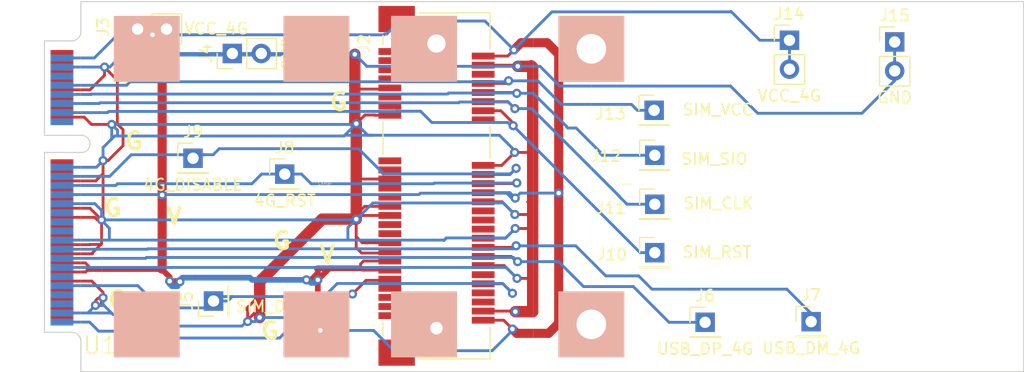
<source format=kicad_pcb>
(kicad_pcb (version 20211014) (generator pcbnew)
  (title_block (title "mpcie1extv01") (rev "v01"))
  (layers (0 "F.Cu" signal) (31 "B.Cu" signal) (34 "B.Paste" user) (35 "F.Paste" user) (36 "B.SilkS" user "B.Silkscreen") (37 "F.SilkS" user "F.Silkscreen") (38 "B.Mask" user) (39 "F.Mask" user) (44 "Edge.Cuts" user))
  (net 0 "")
  (net 2 "/VCC_4G")
  (net 4 "GND")
  (net 8 "/SIM_VCC")
  (net 9 "/SIM_SIO")
  (net 11 "/SIM_CLK")
  (net 13 "/SIM_RST")
  (net 17 "/4G_DISABLE")
  (net 18 "/4G_RST")
  (net 26 "/USB_DM_4G")
  (net 27 "/USB_DP_4G")
  (net 29 "/SIM_DET")
  (footprint "Connector_PinHeader_2.54mm:PinHeader_1x02_P2.54mm_Vertical" (layer "F.Cu") (at 139.67725 147.294)
    (fp_text reference "J15")
    (fp_text value "GND")
  )
  (footprint "Connector_PinHeader_2.54mm:PinHeader_1x02_P2.54mm_Vertical" (layer "F.Cu") (at 73.18225 146.164 90)
    (fp_text reference "J3")
    (fp_text value "VCC_4G")
  )
  (footprint "Connector_PinHeader_2.54mm:PinHeader_1x01_P2.54mm_Vertical" (layer "F.Cu") (at 118.60725 161.549)
    (fp_text reference "J11")
    (fp_text value "SIM_CLK")
  )
  (footprint "Connector_PCBEdge:BUS_PCI_Express_Mini_Dual" (layer "F.Cu") (at 99.43425 159.934 -90)
    (fp_text reference "J2")
    (fp_text value "Bus_PCI_Express_Mini")
  )
  (footprint "Connector_PinHeader_2.54mm:PinHeader_1x02_P2.54mm_Vertical" (layer "F.Cu") (at 130.43725 147.144)
    (fp_text reference "J14")
    (fp_text value "VCC_4G")
  )
  (footprint "Connector_PinHeader_2.54mm:PinHeader_1x01_P2.54mm_Vertical" (layer "F.Cu") (at 118.60725 157.249)
    (fp_text reference "J12")
    (fp_text value "SIM_SIO")
  )
  (footprint "Connector_PinHeader_2.54mm:PinHeader_1x02_P2.54mm_Vertical" (layer "F.Cu") (at 81.50225 148.309 90)
    (fp_text reference "J4")
    (fp_text value "GND")
  )
  (footprint "Connector_PinHeader_2.54mm:PinHeader_1x01_P2.54mm_Vertical" (layer "F.Cu") (at 78.04725 157.509)
    (fp_text reference "J9")
    (fp_text value "4G_DISABLE")
  )
  (footprint "Connector_PinHeader_2.54mm:PinHeader_1x01_P2.54mm_Vertical" (layer "F.Cu") (at 123.02725 171.919)
    (fp_text reference "J6")
    (fp_text value "USB_DP_4G")
  )
  (footprint "Connector_PinHeader_2.54mm:PinHeader_1x01_P2.54mm_Vertical" (layer "F.Cu") (at 118.60725 165.799)
    (fp_text reference "J10")
    (fp_text value "SIM_RST")
  )
  (footprint "Connector_PinHeader_2.54mm:PinHeader_1x01_P2.54mm_Vertical" (layer "F.Cu") (at 86.10725 158.899)
    (fp_text reference "J8")
    (fp_text value "4G_RST")
  )
  (footprint "Connector_PinHeader_2.54mm:PinHeader_1x01_P2.54mm_Vertical" (layer "F.Cu") (at 79.85 170.05 90)
    (fp_text reference "J5")
    (fp_text value "SIM_DET")
  )
  (footprint "Connector_PinHeader_2.54mm:PinHeader_1x01_P2.54mm_Vertical" (layer "F.Cu") (at 132.33725 171.859)
    (fp_text reference "J7")
    (fp_text value "USB_DM_4G")
  )
  (footprint "Connector_PinHeader_2.54mm:PinHeader_1x01_P2.54mm_Vertical" (layer "F.Cu") (at 118.54725 153.299)
    (fp_text reference "J13")
    (fp_text value "SIM_VCC")
  )
  (footprint "mpcie:mpcie-full-card" (layer "F.Cu") (at 64.98575 160 -90)
    (fp_text reference "U1")
    (fp_text value "MPCIE-Socket" hide)
  )
  (gr_line (start 68.25 157) (end 65 157) (layer "Edge.Cuts") (width 0.1))
  (gr_arc (start 67.4 172.8) (mid 67.965685 173.034315) (end 68.2 173.6) (layer "Edge.Cuts") (width 0.1))
  (gr_line (start 65 155.5) (end 65 147.2) (layer "Edge.Cuts") (width 0.1))
  (gr_line (start 151 143.75) (end 151 176.25) (layer "Edge.Cuts") (width 0.1))
  (gr_line (start 65 172.8) (end 67.4 172.8) (layer "Edge.Cuts") (width 0.1))
  (gr_line (start 68.2 143.75) (end 93.85 143.75) (layer "Edge.Cuts") (width 0.1))
  (gr_arc (start 68.25 155.5) (mid 69 156.25) (end 68.25 157) (layer "Edge.Cuts") (width 0.1))
  (gr_line (start 65 147.2) (end 67.4 147.2) (layer "Edge.Cuts") (width 0.1))
  (gr_line (start 68.2 145) (end 68.2 143.75) (layer "Edge.Cuts") (width 0.1))
  (gr_line (start 127.55 176.25) (end 151 176.25) (layer "Edge.Cuts") (width 0.1))
  (gr_line (start 68.2 173.6) (end 68.2 176.25) (layer "Edge.Cuts") (width 0.1))
  (gr_line (start 93.85 143.75) (end 151 143.75) (layer "Edge.Cuts") (width 0.1))
  (gr_line (start 65 157) (end 65 172.8) (layer "Edge.Cuts") (width 0.1))
  (gr_line (start 68.2 176.25) (end 97.95 176.25) (layer "Edge.Cuts") (width 0.1))
  (gr_arc (start 68.2 146.4) (mid 67.965685 146.965685) (end 67.4 147.2) (layer "Edge.Cuts") (width 0.1))
  (gr_line (start 68.2 146.4) (end 68.2 145) (layer "Edge.Cuts") (width 0.1))
  (gr_line (start 68.25 155.5) (end 65 155.5) (layer "Edge.Cuts") (width 0.1))
  (gr_line (start 97.95 176.25) (end 127.55 176.25) (layer "Edge.Cuts") (width 0.1))
  (gr_text "G" (at 84.8 172.65) (layer "F.SilkS") (effects (font (size 1.5 1.5) (thickness 0.3))))
  (gr_text "G" (at 71.35 169.95) (layer "F.SilkS") (effects (font (size 1.5 1.5) (thickness 0.3))))
  (gr_text "V" (at 89.85 166) (layer "F.SilkS") (effects (font (size 1.5 1.5) (thickness 0.3))))
  (gr_text "G" (at 90.85 152.55) (layer "F.SilkS") (effects (font (size 1.5 1.5) (thickness 0.3))))
  (gr_text "V" (at 76.4 162.6) (layer "F.SilkS") (effects (font (size 1.5 1.5) (thickness 0.3))))
  (gr_text "G" (at 85.85 164.75) (layer "F.SilkS") (effects (font (size 1.5 1.5) (thickness 0.3))))
  (gr_text "G" (at 72.85 156) (layer "F.SilkS") (effects (font (size 1.5 1.5) (thickness 0.3))))
  (gr_text "G" (at 72 150.05) (layer "F.SilkS") (effects (font (size 1.5 1.5) (thickness 0.3))))
  (gr_text "G" (at 71 161.85) (layer "F.SilkS") (effects (font (size 1.5 1.5) (thickness 0.3))))
  (segment (start 103.53425 171.734) (end 105.33025 171.734) (width 0.25) (layer "F.Cu") (net 2))
  (segment (start 105.33025 171.734) (end 106.10325 172.507) (width 0.25) (layer "F.Cu") (net 2))
  (segment (start 105.87225 160.534) (end 103.53425 160.534) (width 0.25) (layer "F.Cu") (net 2))
  (segment (start 88.41125 168.18875) (end 89.01125 167.58875) (width 0.5) (layer "F.Cu") (net 2))
  (segment (start 106.48425 172.888) (end 106.10325 172.507) (width 0.8) (layer "F.Cu") (net 2))
  (segment (start 89.01125 167.173) (end 90.377 167.173) (width 0.5) (layer "F.Cu") (net 2))
  (segment (start 74.49125 146.793) (end 75.33725 147.639) (width 0.8) (layer "F.Cu") (net 2))
  (segment (start 106.34725 161.009) (end 105.87225 160.534) (width 0.25) (layer "F.Cu") (net 2))
  (segment (start 95.33425 166.534) (end 93.02625 166.534) (width 0.25) (layer "F.Cu") (net 2))
  (segment (start 90.377 167.173) (end 90.027 167.173) (width 0.5) (layer "F.Cu") (net 2))
  (segment (start 76 168.3) (end 76.849503 168.3) (width 0.5) (layer "F.Cu") (net 2))
  (segment (start 89.01125 168.18875) (end 89.01125 172.415) (width 0.5) (layer "F.Cu") (net 2))
  (segment (start 68.59025 166.7) (end 66.53575 166.7) (width 0.25) (layer "F.Cu") (net 2))
  (segment (start 90.027 167.173) (end 89.01125 168.18875) (width 0.5) (layer "F.Cu") (net 2))
  (segment (start 66.53575 167.5) (end 68.61425 167.5) (width 0.25) (layer "F.Cu") (net 2))
  (segment (start 110.16725 160.569) (end 110.16725 171.999) (width 0.8) (layer "F.Cu") (net 2))
  (segment (start 75.33725 147.639) (end 75.33725 160.739) (width 0.8) (layer "F.Cu") (net 2))
  (segment (start 68.87525 167.239) (end 68.87525 166.985) (width 0.25) (layer "F.Cu") (net 2))
  (segment (start 74.49125 146.665) (end 74.49125 146.793) (width 0.8) (layer "F.Cu") (net 2))
  (segment (start 68.61425 167.5) (end 68.87525 167.239) (width 0.25) (layer "F.Cu") (net 2))
  (segment (start 90.377 167.173) (end 92.76825 167.173) (width 0.5) (layer "F.Cu") (net 2))
  (segment (start 89.01125 167.58875) (end 89.01125 168.18875) (width 0.5) (layer "F.Cu") (net 2))
  (segment (start 110.16725 171.999) (end 109.27825 172.888) (width 0.8) (layer "F.Cu") (net 2))
  (segment (start 75.33725 167.199) (end 75.29725 167.239) (width 0.8) (layer "F.Cu") (net 2))
  (segment (start 89.01125 167.173) (end 89.01125 167.58875) (width 0.5) (layer "F.Cu") (net 2))
  (segment (start 76 168.3) (end 76 167.94175) (width 0.5) (layer "F.Cu") (net 2))
  (segment (start 109.15125 147.361) (end 106.86525 147.361) (width 0.8) (layer "F.Cu") (net 2))
  (segment (start 105.69225 148.534) (end 106.23025 147.996) (width 0.25) (layer "F.Cu") (net 2))
  (segment (start 76.849503 168.3) (end 76.899503 168.35) (width 0.5) (layer "F.Cu") (net 2))
  (segment (start 75.33725 160.739) (end 75.33725 167.199) (width 0.8) (layer "F.Cu") (net 2))
  (segment (start 92.92925 167.334) (end 95.33425 167.334) (width 0.25) (layer "F.Cu") (net 2))
  (segment (start 68.87525 167.239) (end 75.29725 167.239) (width 0.5) (layer "F.Cu") (net 2))
  (segment (start 93.02625 166.534) (end 92.76825 166.792) (width 0.25) (layer "F.Cu") (net 2))
  (segment (start 88.01125 168.18875) (end 88.41125 168.18875) (width 0.5) (layer "F.Cu") (net 2))
  (segment (start 92.76825 167.173) (end 92.92925 167.334) (width 0.25) (layer "F.Cu") (net 2))
  (segment (start 110.16725 148.377) (end 109.15125 147.361) (width 0.8) (layer "F.Cu") (net 2))
  (segment (start 103.53425 148.534) (end 105.69225 148.534) (width 0.25) (layer "F.Cu") (net 2))
  (segment (start 88.94525 167.239) (end 89.01125 167.173) (width 0.5) (layer "F.Cu") (net 2))
  (segment (start 106.86525 147.361) (end 106.23025 147.996) (width 0.8) (layer "F.Cu") (net 2))
  (segment (start 89.01125 172.415) (end 89.23025 172.634) (width 0.5) (layer "F.Cu") (net 2))
  (segment (start 68.87525 166.985) (end 68.59025 166.7) (width 0.25) (layer "F.Cu") (net 2))
  (segment (start 76 167.94175) (end 75.29725 167.239) (width 0.5) (layer "F.Cu") (net 2))
  (segment (start 109.27825 172.888) (end 106.48425 172.888) (width 0.8) (layer "F.Cu") (net 2))
  (segment (start 110.16725 160.569) (end 110.16725 148.377) (width 0.8) (layer "F.Cu") (net 2))
  (segment (start 92.76825 166.792) (end 92.76825 167.173) (width 0.25) (layer "F.Cu") (net 2))
  (via (at 74.49125 146.665) (size 0.8) (drill 0.4) (layers "F.Cu" "B.Cu") (net 2))
  (via (at 106.23025 147.996) (size 0.8) (drill 0.4) (layers "F.Cu" "B.Cu") (net 2))
  (via (at 88.01125 168.18875) (size 0.8) (drill 0.4) (layers "F.Cu" "B.Cu") (net 2))
  (via (at 89.23025 172.634) (size 0.8) (drill 0.4) (layers "F.Cu" "B.Cu") (net 2))
  (via (at 106.10325 172.507) (size 0.8) (drill 0.4) (layers "F.Cu" "B.Cu") (net 2))
  (via (at 75.33725 160.739) (size 0.8) (drill 0.4) (layers "F.Cu" "B.Cu") (net 2))
  (via (at 110.16725 160.569) (size 0.8) (drill 0.4) (layers "F.Cu" "B.Cu") (net 2))
  (via (at 106.34725 161.009) (size 0.8) (drill 0.4) (layers "F.Cu" "B.Cu") (net 2))
  (via (at 76 168.3) (size 0.8) (drill 0.4) (layers "F.Cu" "B.Cu") (net 2))
  (via (at 89.01125 168.18875) (size 0.8) (drill 0.4) (layers "F.Cu" "B.Cu") (net 2))
  (via (at 76.899503 168.35) (size 0.8) (drill 0.4) (layers "F.Cu" "B.Cu") (net 2))
  (segment (start 71.95 173.3) (end 71.5 172.85) (width 0.25) (layer "B.Cu") (net 2))
  (segment (start 77.41325 146.665) (end 76.22325 146.665) (width 0.25) (layer "B.Cu") (net 2))
  (segment (start 130.43725 147.144) (end 130.43725 149.684) (width 0.25) (layer "B.Cu") (net 2))
  (segment (start 88.01125 168.18875) (end 83.23875 168.18875) (width 0.5) (layer "B.Cu") (net 2))
  (segment (start 68.96425 171.9) (end 66.53575 171.9) (width 0.25) (layer "B.Cu") (net 2))
  (segment (start 94.81125 146.665) (end 94.87725 146.599) (width 0.25) (layer "B.Cu") (net 2))
  (segment (start 73.18225 146.164) (end 73.99025 146.164) (width 0.25) (layer "B.Cu") (net 2))
  (segment (start 76 168.3) (end 76 168.55) (width 0.5) (layer "B.Cu") (net 2))
  (segment (start 71.5 172.7) (end 69.76425 172.7) (width 0.25) (layer "B.Cu") (net 2))
  (segment (start 88.13875 168.18875) (end 88.4 168.45) (width 0.5) (layer "B.Cu") (net 2))
  (segment (start 106.03225 161.009) (end 105.65725 160.634) (width 0.25) (layer "B.Cu") (net 2))
  (segment (start 74.49125 146.665) (end 77.41325 146.665) (width 0.25) (layer "B.Cu") (net 2))
  (segment (start 89.16425 172.7) (end 86.25 172.7) (width 0.25) (layer "B.Cu") (net 2))
  (segment (start 83.2 168.15) (end 83.05 168) (width 0.5) (layer "B.Cu") (net 2))
  (segment (start 71.5 172.85) (end 71.5 172.7) (width 0.25) (layer "B.Cu") (net 2))
  (segment (start 93.91125 172.634) (end 89.23025 172.634) (width 0.25) (layer "B.Cu") (net 2))
  (segment (start 76 168.55) (end 76.2 168.75) (width 0.5) (layer "B.Cu") (net 2))
  (segment (start 75.72225 146.164) (end 73.18225 146.164) (width 0.25) (layer "B.Cu") (net 2))
  (segment (start 78.2 168) (end 77.1 168) (width 0.5) (layer "B.Cu") (net 2))
  (segment (start 106.78725 160.569) (end 110.16725 160.569) (width 0.25) (layer "B.Cu") (net 2))
  (segment (start 104.32525 174.412) (end 95.68925 174.412) (width 0.25) (layer "B.Cu") (net 2))
  (segment (start 89.23025 172.634) (end 89.16425 172.7) (width 0.25) (layer "B.Cu") (net 2))
  (segment (start 73.18225 146.164) (end 71.91625 146.164) (width 0.25) (layer "B.Cu") (net 2))
  (segment (start 76.2 168.75) (end 76.7 168.75) (width 0.5) (layer "B.Cu") (net 2))
  (segment (start 98.01725 160.579) (end 97.89625 160.7) (width 0.25) (layer "B.Cu") (net 2))
  (segment (start 88.4 168.45) (end 88.75 168.45) (width 0.5) (layer "B.Cu") (net 2))
  (segment (start 96.19725 145.456) (end 103.69025 145.456) (width 0.25) (layer "B.Cu") (net 2))
  (segment (start 71.41525 146.665) (end 69.38025 148.7) (width 0.25) (layer "B.Cu") (net 2))
  (segment (start 106.10325 172.634) (end 104.32525 174.412) (width 0.25) (layer "B.Cu") (net 2))
  (segment (start 77.1 168) (end 77.05 168.05) (width 0.5) (layer "B.Cu") (net 2))
  (segment (start 83.23875 168.18875) (end 83.2 168.15) (width 0.5) (layer "B.Cu") (net 2))
  (segment (start 86.25 172.7) (end 85.65 173.3) (width 0.25) (layer "B.Cu") (net 2))
  (segment (start 109.57725 144.649) (end 125.25725 144.649) (width 0.25) (layer "B.Cu") (net 2))
  (segment (start 88.75 168.45) (end 89.01125 168.18875) (width 0.5) (layer "B.Cu") (net 2))
  (segment (start 73.99025 146.164) (end 74.49125 146.665) (width 0.25) (layer "B.Cu") (net 2))
  (segment (start 77.41325 146.665) (end 94.81125 146.665) (width 0.25) (layer "B.Cu") (net 2))
  (segment (start 106.34725 161.009) (end 106.03225 161.009) (width 0.25) (layer "B.Cu") (net 2))
  (segment (start 83.05 168) (end 78.2 168) (width 0.5) (layer "B.Cu") (net 2))
  (segment (start 106.34725 161.009) (end 105.91725 160.579) (width 0.25) (layer "B.Cu") (net 2))
  (segment (start 85.65 173.3) (end 71.95 173.3) (width 0.25) (layer "B.Cu") (net 2))
  (segment (start 125.29725 144.609) (end 127.83225 147.144) (width 0.25) (layer "B.Cu") (net 2))
  (segment (start 106.34725 161.009) (end 106.78725 160.569) (width 0.25) (layer "B.Cu") (net 2))
  (segment (start 75.22125 146.665) (end 75.72225 146.164) (width 0.25) (layer "B.Cu") (net 2))
  (segment (start 74.49125 146.665) (end 75.22125 146.665) (width 0.25) (layer "B.Cu") (net 2))
  (segment (start 76.22325 146.665) (end 75.72225 146.164) (width 0.25) (layer "B.Cu") (net 2))
  (segment (start 88.01125 168.18875) (end 88.13875 168.18875) (width 0.5) (layer "B.Cu") (net 2))
  (segment (start 69.38025 148.7) (end 66.53575 148.7) (width 0.25) (layer "B.Cu") (net 2))
  (segment (start 71.91625 146.164) (end 71.41525 146.665) (width 0.25) (layer "B.Cu") (net 2))
  (segment (start 125.25725 144.649) (end 125.29725 144.609) (width 0.25) (layer "B.Cu") (net 2))
  (segment (start 103.69025 145.456) (end 106.23025 147.996) (width 0.25) (layer "B.Cu") (net 2))
  (segment (start 106.10325 172.507) (end 106.10325 172.634) (width 0.25) (layer "B.Cu") (net 2))
  (segment (start 77.05 168.05) (end 76.899503 168.200497) (width 0.5) (layer "B.Cu") (net 2))
  (segment (start 74.49125 146.665) (end 71.41525 146.665) (width 0.25) (layer "B.Cu") (net 2))
  (segment (start 105.91725 160.579) (end 98.01725 160.579) (width 0.25) (layer "B.Cu") (net 2))
  (segment (start 76.899503 168.200497) (end 76.899503 168.35) (width 0.5) (layer "B.Cu") (net 2))
  (segment (start 95.68925 174.412) (end 93.91125 172.634) (width 0.25) (layer "B.Cu") (net 2))
  (segment (start 127.83225 147.144) (end 130.43725 147.144) (width 0.25) (layer "B.Cu") (net 2))
  (segment (start 97.89625 160.7) (end 66.53575 160.7) (width 0.25) (layer "B.Cu") (net 2))
  (segment (start 94.87725 146.599) (end 95.05425 146.599) (width 0.25) (layer "B.Cu") (net 2))
  (segment (start 95.05425 146.599) (end 96.19725 145.456) (width 0.25) (layer "B.Cu") (net 2))
  (segment (start 69.76425 172.7) (end 68.96425 171.9) (width 0.25) (layer "B.Cu") (net 2))
  (segment (start 106.23025 147.996) (end 109.57725 144.649) (width 0.25) (layer "B.Cu") (net 2))
  (segment (start 92.38725 162.474) (end 92.38725 162.855) (width 0.25) (layer "F.Cu") (net 4))
  (segment (start 83.9 169.6) (end 83.9 170.65) (width 1) (layer "F.Cu") (net 4))
  (segment (start 106.57025 149.434) (end 107.71325 149.434) (width 1) (layer "F.Cu") (net 4))
  (segment (start 107.88125 161.331) (end 107.88125 162.355) (width 1) (layer "F.Cu") (net 4))
  (segment (start 107.78725 162.449) (end 107.88125 162.355) (width 0.25) (layer "F.Cu") (net 4))
  (segment (start 106.57025 149.434) (end 106.47025 149.334) (width 0.25) (layer "F.Cu") (net 4))
  (segment (start 66.53575 168.3) (end 69.15625 168.3) (width 0.25) (layer "F.Cu") (net 4))
  (segment (start 82.85 171.7) (end 83.9 170.65) (width 0.25) (layer "F.Cu") (net 4))
  (segment (start 106.31725 162.449) (end 107.78725 162.449) (width 0.25) (layer "F.Cu") (net 4))
  (segment (start 70 169.90625) (end 70 170.45) (width 0.25) (layer "F.Cu") (net 4))
  (segment (start 93.40325 153.711) (end 93.14925 153.711) (width 0.25) (layer "F.Cu") (net 4))
  (segment (start 107.43525 161.331) (end 107.88125 161.331) (width 0.25) (layer "F.Cu") (net 4))
  (segment (start 107.75425 149.393) (end 107.88125 149.52) (width 1) (layer "F.Cu") (net 4))
  (segment (start 92.26025 148.377) (end 92.26025 151.072) (width 1) (layer "F.Cu") (net 4))
  (segment (start 66.53575 161.9) (end 69.00725 161.9) (width 0.25) (layer "F.Cu") (net 4))
  (segment (start 107.71325 149.434) (end 107.75425 149.393) (width 1) (layer "F.Cu") (net 4))
  (segment (start 92.61225 159.334) (end 92.38725 159.109) (width 0.25) (layer "F.Cu") (net 4))
  (segment (start 69.51825 159.484) (end 70.14525 158.857) (width 0.25) (layer "F.Cu") (net 4))
  (segment (start 106.47025 149.334) (end 103.53425 149.334) (width 0.25) (layer "F.Cu") (net 4))
  (segment (start 93.08225 162.534) (end 92.70825 162.534) (width 0.25) (layer "F.Cu") (net 4))
  (segment (start 95.33425 162.534) (end 93.08225 162.534) (width 0.25) (layer "F.Cu") (net 4))
  (segment (start 105.16225 158.134) (end 103.53425 158.134) (width 0.25) (layer "F.Cu") (net 4))
  (segment (start 92.92225 164.934) (end 92.38125 164.393) (width 0.25) (layer "F.Cu") (net 4))
  (segment (start 95.23425 161.834) (end 95.33425 161.734) (width 0.25) (layer "F.Cu") (net 4))
  (segment (start 83.9 170.65) (end 83.9 171.5) (width 1) (layer "F.Cu") (net 4))
  (segment (start 103.53425 170.934) (end 106.30825 170.934) (width 0.25) (layer "F.Cu") (net 4))
  (segment (start 70.27825 149.5) (end 70.27825 149.52825) (width 0.25) (layer "F.Cu") (net 4))
  (segment (start 69.51825 159.5) (end 69.51825 159.484) (width 0.25) (layer "F.Cu") (net 4))
  (segment (start 93.12725 161.734) (end 92.38725 162.474) (width 0.25) (layer "F.Cu") (net 4))
  (segment (start 107.88125 164.379) (end 107.88125 167.427) (width 1) (layer "F.Cu") (net 4))
  (segment (start 92.38125 162.861) (end 92.38725 162.855) (width 0.25) (layer "F.Cu") (net 4))
  (segment (start 68.49025 153.9) (end 66.53575 153.9) (width 0.25) (layer "F.Cu") (net 4))
  (segment (start 95.23425 168.234) (end 95.33425 168.134) (width 0.25) (layer "F.Cu") (net 4))
  (segment (start 107.88125 167.427) (end 107.88125 167.865) (width 1) (layer "F.Cu") (net 4))
  (segment (start 92.26025 151.072) (end 92.26025 154.346) (width 1) (layer "F.Cu") (net 4))
  (segment (start 71.4 154.5) (end 71.439 154.539) (width 0.25) (layer "F.Cu") (net 4))
  (segment (start 68.99625 151.5) (end 70.27825 150.218) (width 0.25) (layer "F.Cu") (net 4))
  (segment (start 70.14725 169.759) (end 70.10625 169.8) (width 0.25) (layer "F.Cu") (net 4))
  (segment (start 82.85 171.85) (end 82.85 171.7) (width 0.25) (layer "F.Cu") (net 4))
  (segment (start 70.10625 169.8) (end 69.7 169.8) (width 0.25) (layer "F.Cu") (net 4))
  (segment (start 106.30825 170.934) (end 106.35725 170.983) (width 0.25) (layer "F.Cu") (net 4))
  (segment (start 69.20825 165.9) (end 69.20825 165.828) (width 0.25) (layer "F.Cu") (net 4))
  (segment (start 70.14725 169.759) (end 70.14725 169.291) (width 0.25) (layer "F.Cu") (net 4))
  (segment (start 106.50725 168.059) (end 107.68725 168.059) (width 0.25) (layer "F.Cu") (net 4))
  (segment (start 92.26025 154.346) (end 92.38725 154.473) (width 1) (layer "F.Cu") (net 4))
  (segment (start 106.29725 156.999) (end 105.16225 158.134) (width 0.25) (layer "F.Cu") (net 4))
  (segment (start 107.88125 158.537) (end 107.88125 161.331) (width 1) (layer "F.Cu") (net 4))
  (segment (start 95.23425 151.434) (end 92.62225 151.434) (width 0.25) (layer "F.Cu") (net 4))
  (segment (start 105.38225 166.934) (end 103.53425 166.934) (width 0.25) (layer "F.Cu") (net 4))
  (segment (start 69.7 169.8) (end 69.5 170) (width 0.25) (layer "F.Cu") (net 4))
  (segment (start 95.33425 153.734) (end 94.01525 153.734) (width 0.25) (layer "F.Cu") (net 4))
  (segment (start 95.33425 164.934) (end 93.37025 164.934) (width 0.25) (layer "F.Cu") (net 4))
  (segment (start 107.88125 167.865) (end 107.88125 170.983) (width 1) (layer "F.Cu") (net 4))
  (segment (start 93.99225 153.711) (end 93.40325 153.711) (width 0.25) (layer "F.Cu") (net 4))
  (segment (start 93.37025 164.934) (end 92.92225 164.934) (width 0.25) (layer "F.Cu") (net 4))
  (segment (start 95.23425 153.834) (end 95.33425 153.734) (width 0.25) (layer "F.Cu") (net 4))
  (segment (start 71.9 156.4) (end 70.586 157.714) (width 0.25) (layer "F.Cu") (net 4))
  (segment (start 83.9 168.35) (end 83.9 169.6) (width 1) (layer "F.Cu") (net 4))
  (segment (start 95.33425 161.734) (end 93.12725 161.734) (width 0.25) (layer "F.Cu") (net 4))
  (segment (start 105.49225 164.534) (end 103.53425 164.534) (width 0.25) (layer "F.Cu") (net 4))
  (segment (start 66.53575 151.5) (end 68.99625 151.5) (width 0.25) (layer "F.Cu") (net 4))
  (segment (start 107.88125 157.193) (end 107.88125 158.537) (width 1) (layer "F.Cu") (net 4))
  (segment (start 70.90725 154.539) (end 71.439 154.539) (width 0.25) (layer "F.Cu") (net 4))
  (segment (start 95.23425 165.834) (end 95.33425 165.734) (width 0.25) (layer "F.Cu") (net 4))
  (segment (start 92.38125 165.363) (end 92.38125 164.393) (width 0.25) (layer "F.Cu") (net 4))
  (segment (start 92.85225 165.834) (end 92.38125 165.363) (width 0.25) (layer "F.Cu") (net 4))
  (segment (start 92.38725 159.109) (end 92.38725 162.855) (width 1) (layer "F.Cu") (net 4))
  (segment (start 93.20025 165.834) (end 92.85225 165.834) (width 0.25) (layer "F.Cu") (net 4))
  (segment (start 106.34725 163.679) (end 105.49225 164.534) (width 0.25) (layer "F.Cu") (net 4))
  (segment (start 70.14525 162.794) (end 70.01825 162.921) (width 0.25) (layer "F.Cu") (net 4))
  (segment (start 70.586 157.714) (end 70.14525 157.714) (width 0.25) (layer "F.Cu") (net 4))
  (segment (start 82.85 171.85) (end 82.85 170.9) (width 0.25) (layer "F.Cu") (net 4))
  (segment (start 82.8 170.65) (end 83.85 169.6) (width 0.25) (layer "F.Cu") (net 4))
  (segment (start 70.27825 150.218) (end 70.27825 149.5) (width 0.25) (layer "F.Cu") (net 4))
  (segment (start 83.85 169.6) (end 83.9 169.6) (width 0.25) (layer "F.Cu") (net 4))
  (segment (start 82.8 170.85) (end 82.8 170.65) (width 0.25) (layer "F.Cu") (net 4))
  (segment (start 106.31725 162.449) (end 105.20225 161.334) (width 0.25) (layer "F.Cu") (net 4))
  (segment (start 107.88125 149.52) (end 107.88125 157.193) (width 1) (layer "F.Cu") (net 4))
  (segment (start 92.62225 151.434) (end 92.26025 151.072) (width 0.25) (layer "F.Cu") (net 4))
  (segment (start 93.24225 168.234) (end 95.23425 168.234) (width 0.25) (layer "F.Cu") (net 4))
  (segment (start 93.20025 165.834) (end 95.23425 165.834) (width 0.25) (layer "F.Cu") (net 4))
  (segment (start 82.85 170.9) (end 82.8 170.85) (width 0.25) (layer "F.Cu") (net 4))
  (segment (start 107.88125 163.325) (end 107.88125 164.379) (width 1) (layer "F.Cu") (net 4))
  (segment (start 95.33425 151.334) (end 95.23425 151.434) (width 0.25) (layer "F.Cu") (net 4))
  (segment (start 71.439 154.539) (end 71.9 155) (width 0.25) (layer "F.Cu") (net 4))
  (segment (start 92.70825 162.534) (end 92.38725 162.855) (width 0.25) (layer "F.Cu") (net 4))
  (segment (start 107.88125 170.983) (end 106.35725 170.983) (width 1) (layer "F.Cu") (net 4))
  (segment (start 70.01825 162.921) (end 69.00725 161.91) (width 0.25) (layer "F.Cu") (net 4))
  (segment (start 68.98225 165.1) (end 69.00225 165.08) (width 0.25) (layer "F.Cu") (net 4))
  (segment (start 69.00225 165.08) (end 69.01325 165.08) (width 0.25) (layer "F.Cu") (net 4))
  (segment (start 107.68725 156.999) (end 107.88125 157.193) (width 0.25) (layer "F.Cu") (net 4))
  (segment (start 70.27825 149.52825) (end 71.4 150.65) (width 0.25) (layer "F.Cu") (net 4))
  (segment (start 107.52725 163.679) (end 107.88125 163.325) (width 0.25) (layer "F.Cu") (net 4))
  (segment (start 69.01325 165.08) (end 69.95625 165.08) (width 0.25) (layer "F.Cu") (net 4))
  (segment (start 92.38725 162.855) (end 89.395 162.855) (width 1) (layer "F.Cu") (net 4))
  (segment (start 69.00725 161.91) (end 69.00725 161.9) (width 0.25) (layer "F.Cu") (net 4))
  (segment (start 106.34725 163.679) (end 107.52725 163.679) (width 0.25) (layer "F.Cu") (net 4))
  (segment (start 69.41625 162.7) (end 69.63725 162.921) (width 0.25) (layer "F.Cu") (net 4))
  (segment (start 66.53575 159.5) (end 69.51825 159.5) (width 0.25) (layer "F.Cu") (net 4))
  (segment (start 107.88125 162.355) (end 107.88125 163.325) (width 1) (layer "F.Cu") (net 4))
  (segment (start 69.20825 165.828) (end 70.01825 165.018) (width 0.25) (layer "F.Cu") (net 4))
  (segment (start 71.4 150.65) (end 71.4 154.5) (width 0.25) (layer "F.Cu") (net 4))
  (segment (start 69.12925 154.539) (end 68.49025 153.9) (width 0.25) (layer "F.Cu") (net 4))
  (segment (start 69.95625 165.08) (end 70.01825 165.018) (width 0.25) (layer "F.Cu") (net 4))
  (segment (start 106.50725 168.059) (end 105.38225 166.934) (width 0.25) (layer "F.Cu") (net 4))
  (segment (start 106.29725 156.999) (end 107.68725 156.999) (width 0.25) (layer "F.Cu") (net 4))
  (segment (start 71.9 155) (end 71.9 156.4) (width 0.25) (layer "F.Cu") (net 4))
  (segment (start 66.53575 162.7) (end 69.41625 162.7) (width 0.25) (layer "F.Cu") (net 4))
  (segment (start 66.53575 165.9) (end 69.20825 165.9) (width 0.25) (layer "F.Cu") (net 4))
  (segment (start 92.38725 154.473) (end 92.38725 159.109) (width 1) (layer "F.Cu") (net 4))
  (segment (start 66.53575 165.1) (end 68.98225 165.1) (width 0.25) (layer "F.Cu") (net 4))
  (segment (start 94.01525 153.734) (end 93.99225 153.711) (width 0.25) (layer "F.Cu") (net 4))
  (segment (start 70.90725 154.539) (end 69.12925 154.539) (width 0.25) (layer "F.Cu") (net 4))
  (segment (start 93.37025 164.934) (end 93.21825 164.934) (width 0.25) (layer "F.Cu") (net 4))
  (segment (start 92.38125 164.393) (end 92.38125 162.861) (width 0.25) (layer "F.Cu") (net 4))
  (segment (start 107.68725 168.059) (end 107.88125 167.865) (width 0.25) (layer "F.Cu") (net 4))
  (segment (start 93.24225 168.234) (end 93.24225 168.242) (width 0.25) (layer "F.Cu") (net 4))
  (segment (start 70.14725 169.291) (end 69.15625 168.3) (width 0.25) (layer "F.Cu") (net 4))
  (segment (start 95.33425 159.334) (end 92.61225 159.334) (width 0.25) (layer "F.Cu") (net 4))
  (segment (start 69.5 170.45) (end 69.478125 170.428125) (width 0.25) (layer "F.Cu") (net 4))
  (segment (start 69.63725 162.921) (end 70.01825 162.921) (width 0.25) (layer "F.Cu") (net 4))
  (segment (start 70.14525 158.857) (end 70.14525 157.714) (width 0.25) (layer "F.Cu") (net 4))
  (segment (start 70.01825 165.018) (end 70.01825 162.921) (width 0.25) (layer "F.Cu") (net 4))
  (segment (start 93.14925 153.711) (end 92.38725 154.473) (width 0.25) (layer "F.Cu") (net 4))
  (segment (start 93.24225 168.242) (end 92.05125 169.433) (width 0.25) (layer "F.Cu") (net 4))
  (segment (start 105.20225 161.334) (end 103.53425 161.334) (width 0.25) (layer "F.Cu") (net 4))
  (segment (start 70.14725 169.759) (end 70 169.90625) (width 0.25) (layer "F.Cu") (net 4))
  (segment (start 70.14525 158.857) (end 70.14525 162.794) (width 0.25) (layer "F.Cu") (net 4))
  (segment (start 89.395 162.855) (end 83.9 168.35) (width 1) (layer "F.Cu") (net 4))
  (segment (start 70 170.45) (end 69.5 170.45) (width 0.25) (layer "F.Cu") (net 4))
  (via (at 92.05125 169.433) (size 0.8) (drill 0.4) (layers "F.Cu" "B.Cu") (net 4))
  (via (at 106.57025 149.434) (size 0.8) (drill 0.4) (layers "F.Cu" "B.Cu") (net 4))
  (via (at 70.14525 157.714) (size 0.8) (drill 0.4) (layers "F.Cu" "B.Cu") (net 4))
  (via (at 106.50725 168.059) (size 0.8) (drill 0.4) (layers "F.Cu" "B.Cu") (net 4))
  (via (at 106.35725 170.983) (size 0.8) (drill 0.4) (layers "F.Cu" "B.Cu") (net 4))
  (via (at 106.31725 162.449) (size 0.8) (drill 0.4) (layers "F.Cu" "B.Cu") (net 4))
  (via (at 92.38725 162.855) (size 0.8) (drill 0.4) (layers "F.Cu" "B.Cu") (net 4))
  (via (at 83.9 171.5) (size 0.8) (drill 0.4) (layers "F.Cu" "B.Cu") (net 4))
  (via (at 106.34725 163.679) (size 0.8) (drill 0.4) (layers "F.Cu" "B.Cu") (net 4))
  (via (at 70.27825 149.5) (size 0.8) (drill 0.4) (layers "F.Cu" "B.Cu") (net 4))
  (via (at 82.85 171.85) (size 0.8) (drill 0.4) (layers "F.Cu" "B.Cu") (net 4))
  (via (at 92.38725 154.473) (size 0.8) (drill 0.4) (layers "F.Cu" "B.Cu") (net 4))
  (via (at 92.26025 148.377) (size 0.8) (drill 0.4) (layers "F.Cu" "B.Cu") (net 4))
  (via (at 70.90725 154.539) (size 0.8) (drill 0.4) (layers "F.Cu" "B.Cu") (net 4))
  (via (at 106.29725 156.999) (size 0.8) (drill 0.4) (layers "F.Cu" "B.Cu") (net 4))
  (via (at 69.478125 170.428125) (size 0.8) (drill 0.4) (layers "F.Cu" "B.Cu") (net 4))
  (via (at 70.14725 169.759) (size 0.8) (drill 0.4) (layers "F.Cu" "B.Cu") (net 4))
  (via (at 70.01825 162.921) (size 0.8) (drill 0.4) (layers "F.Cu" "B.Cu") (net 4))
  (segment (start 70.14525 156.571) (end 70.14525 157.714) (width 0.25) (layer "B.Cu") (net 4))
  (segment (start 69.478125 170.428125) (end 70.216375 170.428125) (width 0.25) (layer "B.Cu") (net 4))
  (segment (start 92.26025 148.377) (end 92.19225 148.309) (width 0.25) (layer "B.Cu") (net 4))
  (segment (start 83.9 171.5) (end 83.55 171.85) (width 0.25) (layer "B.Cu") (net 4))
  (segment (start 70.01825 162.96825) (end 70.7 163.65) (width 0.25) (layer "B.Cu") (net 4))
  (segment (start 106.35725 170.983) (end 106.30625 171.034) (width 0.25) (layer "B.Cu") (net 4))
  (segment (start 100.26725 164.549) (end 100.08725 164.729) (width 0.25) (layer "B.Cu") (net 4))
  (segment (start 83.55 171.85) (end 82.85 171.85) (width 0.25) (layer "B.Cu") (net 4))
  (segment (start 100.26725 164.519) (end 100.26725 164.549) (width 0.25) (layer "B.Cu") (net 4))
  (segment (start 91.30525 155.555) (end 91.37125 155.489) (width 0.25) (layer "B.Cu") (net 4))
  (segment (start 71.79625 148.443) (end 70.73925 149.5) (width 0.25) (layer "B.Cu") (net 4))
  (segment (start 104.96025 155.489) (end 93.78425 155.489) (width 0.25) (layer "B.Cu") (net 4))
  (segment (start 106.31725 162.449) (end 105.30225 161.434) (width 0.25) (layer "B.Cu") (net 4))
  (segment (start 71.41525 155.555) (end 71.16125 155.555) (width 0.25) (layer "B.Cu") (net 4))
  (segment (start 93.31725 149.434) (end 106.57025 149.434) (width 0.25) (layer "B.Cu") (net 4))
  (segment (start 89.33325 148.443) (end 89.39925 148.377) (width 0.25) (layer "B.Cu") (net 4))
  (segment (start 139.67725 150.689) (end 139.67725 149.834) (width 0.25) (layer "B.Cu") (net 4))
  (segment (start 106.50725 168.059) (end 105.54825 167.1) (width 0.25) (layer "B.Cu") (net 4))
  (segment (start 82.35 172.25) (end 73.55 172.25) (width 0.25) (layer "B.Cu") (net 4))
  (segment (start 93.31725 149.434) (end 92.26025 148.377) (width 0.25) (layer "B.Cu") (net 4))
  (segment (start 68.86825 171.1) (end 68.86825 171.038) (width 0.25) (layer "B.Cu") (net 4))
  (segment (start 70.73925 149.5) (end 66.53575 149.5) (width 0.25) (layer "B.Cu") (net 4))
  (segment (start 70.14725 170.359) (end 70.14725 169.759) (width 0.25) (layer "B.Cu") (net 4))
  (segment (start 68.86825 171.1) (end 70.82625 171.1) (width 0.25) (layer "B.Cu") (net 4))
  (segment (start 70.90725 154.539) (end 92.32125 154.539) (width 0.25) (layer "B.Cu") (net 4))
  (segment (start 70.85725 171.069) (end 70.269125 170.480875) (width 0.25) (layer "B.Cu") (net 4))
  (segment (start 72.529 171.229) (end 71.01725 171.229) (width 0.25) (layer "B.Cu") (net 4))
  (segment (start 100.08725 164.729) (end 100.05825 164.7) (width 0.25) (layer "B.Cu") (net 4))
  (segment (start 71.79625 148.443) (end 89.33325 148.443) (width 0.25) (layer "B.Cu") (net 4))
  (segment (start 106.34725 163.679) (end 105.52025 164.506) (width 0.25) (layer "B.Cu") (net 4))
  (segment (start 105.54825 167.1) (end 66.53575 167.1) (width 0.25) (layer "B.Cu") (net 4))
  (segment (start 82.75 171.85) (end 82.35 172.25) (width 0.25) (layer "B.Cu") (net 4))
  (segment (start 84.04225 148.309) (end 81.50225 148.309) (width 0.25) (layer "B.Cu") (net 4))
  (segment (start 70.7 163.65) (end 70.7 164.7) (width 0.25) (layer "B.Cu") (net 4))
  (segment (start 89.94725 171.229) (end 91.74325 169.433) (width 0.25) (layer "B.Cu") (net 4))
  (segment (start 70.14525 157.714) (end 69.55925 158.3) (width 0.25) (layer "B.Cu") (net 4))
  (segment (start 92.32125 162.921) (end 92.38725 162.855) (width 0.25) (layer "B.Cu") (net 4))
  (segment (start 106.29725 156.999) (end 106.29725 156.826) (width 0.25) (layer "B.Cu") (net 4))
  (segment (start 71.41525 155.555) (end 91.30525 155.555) (width 0.25) (layer "B.Cu") (net 4))
  (segment (start 70.269125 170.480875) (end 70.14725 170.359) (width 0.25) (layer "B.Cu") (net 4))
  (segment (start 139.67725 147.294) (end 139.67725 149.834) (width 0.25) (layer "B.Cu") (net 4))
  (segment (start 100.28025 164.506) (end 100.26725 164.519) (width 0.25) (layer "B.Cu") (net 4))
  (segment (start 93.84025 161.434) (end 92.41925 162.855) (width 0.25) (layer "B.Cu") (net 4))
  (segment (start 70.90725 154.539) (end 71.41525 155.047) (width 0.25) (layer "B.Cu") (net 4))
  (segment (start 70.7 164.7) (end 66.53575 164.7) (width 0.25) (layer "B.Cu") (net 4))
  (segment (start 108.52225 149.434) (end 110.25725 151.169) (width 0.25) (layer "B.Cu") (net 4))
  (segment (start 82.85 171.85) (end 82.75 171.85) (width 0.25) (layer "B.Cu") (net 4))
  (segment (start 125.25725 151.169) (end 127.64725 153.559) (width 0.25) (layer "B.Cu") (net 4))
  (segment (start 70.90725 155.809) (end 70.84375 155.8725) (width 0.25) (layer "B.Cu") (net 4))
  (segment (start 68.86825 171.038) (end 69.478125 170.428125) (width 0.25) (layer "B.Cu") (net 4))
  (segment (start 92.41925 162.855) (end 92.38725 162.855) (width 0.25) (layer "B.Cu") (net 4))
  (segment (start 92.32125 154.539) (end 92.38725 154.473) (width 0.25) (layer "B.Cu") (net 4))
  (segment (start 71.01725 171.229) (end 70.85725 171.069) (width 0.25) (layer "B.Cu") (net 4))
  (segment (start 91.65 164.7) (end 70.7 164.7) (width 0.25) (layer "B.Cu") (net 4))
  (segment (start 89.39925 148.377) (end 92.26025 148.377) (width 0.25) (layer "B.Cu") (net 4))
  (segment (start 92.38725 154.473) (end 93.40325 155.489) (width 0.25) (layer "B.Cu") (net 4))
  (segment (start 87 171.5) (end 87.271 171.229) (width 0.25) (layer "B.Cu") (net 4))
  (segment (start 92.38725 162.86275) (end 91.65 163.6) (width 0.25) (layer "B.Cu") (net 4))
  (segment (start 100.05825 164.7) (end 91.65 164.7) (width 0.25) (layer "B.Cu") (net 4))
  (segment (start 70.216375 170.428125) (end 70.269125 170.480875) (width 0.25) (layer "B.Cu") (net 4))
  (segment (start 73.55 172.25) (end 72.529 171.229) (width 0.25) (layer "B.Cu") (net 4))
  (segment (start 81.50225 148.309) (end 71.93025 148.309) (width 0.25) (layer "B.Cu") (net 4))
  (segment (start 92.38725 154.473) (end 91.37125 155.489) (width 0.25) (layer "B.Cu") (net 4))
  (segment (start 106.29725 156.826) (end 104.96025 155.489) (width 0.25) (layer "B.Cu") (net 4))
  (segment (start 93.78425 155.489) (end 91.37125 155.489) (width 0.25) (layer "B.Cu") (net 4))
  (segment (start 105.52025 164.506) (end 100.28025 164.506) (width 0.25) (layer "B.Cu") (net 4))
  (segment (start 136.80725 153.559) (end 139.67725 150.689) (width 0.25) (layer "B.Cu") (net 4))
  (segment (start 92.38725 162.855) (end 92.38725 162.86275) (width 0.25) (layer "B.Cu") (net 4))
  (segment (start 70.82625 171.1) (end 70.85725 171.069) (width 0.25) (layer "B.Cu") (net 4))
  (segment (start 70.90725 154.539) (end 70.90725 155.809) (width 0.25) (layer "B.Cu") (net 4))
  (segment (start 91.65 163.6) (end 91.65 164.7) (width 0.25) (layer "B.Cu") (net 4))
  (segment (start 69.42825 161.5) (end 70.01825 162.09) (width 0.25) (layer "B.Cu") (net 4))
  (segment (start 105.30225 161.434) (end 93.84025 161.434) (width 0.25) (layer "B.Cu") (net 4))
  (segment (start 92.19225 148.309) (end 84.04225 148.309) (width 0.25) (layer "B.Cu") (net 4))
  (segment (start 87.271 171.229) (end 89.94725 171.229) (width 0.25) (layer "B.Cu") (net 4))
  (segment (start 70.01825 162.921) (end 92.32125 162.921) (width 0.25) (layer "B.Cu") (net 4))
  (segment (start 71.41525 155.047) (end 71.41525 155.555) (width 0.25) (layer "B.Cu") (net 4))
  (segment (start 93.40325 155.489) (end 93.78425 155.489) (width 0.25) (layer "B.Cu") (net 4))
  (segment (start 127.64725 153.559) (end 136.80725 153.559) (width 0.25) (layer "B.Cu") (net 4))
  (segment (start 69.55925 158.3) (end 66.53575 158.3) (width 0.25) (layer "B.Cu") (net 4))
  (segment (start 68.86825 171.1) (end 66.53575 171.1) (width 0.25) (layer "B.Cu") (net 4))
  (segment (start 66.53575 161.5) (end 69.42825 161.5) (width 0.25) (layer "B.Cu") (net 4))
  (segment (start 106.57025 149.434) (end 108.52225 149.434) (width 0.25) (layer "B.Cu") (net 4))
  (segment (start 71.16125 155.555) (end 70.84375 155.8725) (width 0.25) (layer "B.Cu") (net 4))
  (segment (start 91.74325 169.433) (end 92.05125 169.433) (width 0.25) (layer "B.Cu") (net 4))
  (segment (start 70.84375 155.8725) (end 70.14525 156.571) (width 0.25) (layer "B.Cu") (net 4))
  (segment (start 70.01825 162.921) (end 70.01825 162.96825) (width 0.25) (layer "B.Cu") (net 4))
  (segment (start 110.25725 151.169) (end 125.25725 151.169) (width 0.25) (layer "B.Cu") (net 4))
  (segment (start 83.9 171.5) (end 87 171.5) (width 0.25) (layer "B.Cu") (net 4))
  (segment (start 70.01825 162.09) (end 70.01825 162.921) (width 0.25) (layer "B.Cu") (net 4))
  (segment (start 71.93025 148.309) (end 71.79625 148.443) (width 0.25) (layer "B.Cu") (net 4))
  (segment (start 105.76725 150.709) (end 105.54225 150.934) (width 0.25) (layer "F.Cu") (net 8))
  (segment (start 105.54225 150.934) (end 103.53425 150.934) (width 0.25) (layer "F.Cu") (net 8))
  (via (at 105.76725 150.709) (size 0.8) (drill 0.4) (layers "F.Cu" "B.Cu") (net 8))
  (segment (start 105.76725 150.709) (end 108.33725 150.709) (width 0.25) (layer "B.Cu") (net 8))
  (segment (start 72.52725 150.789) (end 105.68725 150.789) (width 0.25) (layer "B.Cu") (net 8))
  (segment (start 116.55725 152.779) (end 117.07725 153.299) (width 0.25) (layer "B.Cu") (net 8))
  (segment (start 105.68725 150.789) (end 105.76725 150.709) (width 0.25) (layer "B.Cu") (net 8))
  (segment (start 72.21625 151.1) (end 72.52725 150.789) (width 0.25) (layer "B.Cu") (net 8))
  (segment (start 117.07725 153.299) (end 118.54725 153.299) (width 0.25) (layer "B.Cu") (net 8))
  (segment (start 110.40725 152.779) (end 116.55725 152.779) (width 0.25) (layer "B.Cu") (net 8))
  (segment (start 108.33725 150.709) (end 110.40725 152.779) (width 0.25) (layer "B.Cu") (net 8))
  (segment (start 66.53575 151.1) (end 72.21625 151.1) (width 0.25) (layer "B.Cu") (net 8))
  (segment (start 103.53425 151.734) (end 106.41225 151.734) (width 0.25) (layer "F.Cu") (net 9))
  (segment (start 106.41225 151.734) (end 106.48425 151.806) (width 0.25) (layer "F.Cu") (net 9))
  (via (at 106.48425 151.806) (size 0.8) (drill 0.4) (layers "F.Cu" "B.Cu") (net 9))
  (segment (start 100.49725 151.779) (end 106.45725 151.779) (width 0.25) (layer "B.Cu") (net 9))
  (segment (start 69.10125 151.9) (end 69.12925 151.872) (width 0.25) (layer "B.Cu") (net 9))
  (segment (start 69.12925 151.872) (end 100.40425 151.872) (width 0.25) (layer "B.Cu") (net 9))
  (segment (start 100.40425 151.872) (end 100.49725 151.779) (width 0.25) (layer "B.Cu") (net 9))
  (segment (start 113.80725 157.069) (end 113.98725 157.249) (width 0.25) (layer "B.Cu") (net 9))
  (segment (start 110.86725 154.769) (end 110.95225 154.854) (width 0.25) (layer "B.Cu") (net 9))
  (segment (start 113.80725 156.959) (end 113.80725 157.069) (width 0.25) (layer "B.Cu") (net 9))
  (segment (start 106.45725 151.779) (end 106.48425 151.806) (width 0.25) (layer "B.Cu") (net 9))
  (segment (start 66.53575 151.9) (end 69.10125 151.9) (width 0.25) (layer "B.Cu") (net 9))
  (segment (start 110.86725 154.719) (end 110.86725 154.769) (width 0.25) (layer "B.Cu") (net 9))
  (segment (start 109.42725 153.279) (end 110.86725 154.719) (width 0.25) (layer "B.Cu") (net 9))
  (segment (start 111.70225 154.854) (end 113.80725 156.959) (width 0.25) (layer "B.Cu") (net 9))
  (segment (start 113.98725 157.249) (end 118.60725 157.249) (width 0.25) (layer "B.Cu") (net 9))
  (segment (start 107.93425 151.806) (end 109.40725 153.279) (width 0.25) (layer "B.Cu") (net 9))
  (segment (start 109.40725 153.279) (end 109.42725 153.279) (width 0.25) (layer "B.Cu") (net 9))
  (segment (start 106.48425 151.806) (end 107.93425 151.806) (width 0.25) (layer "B.Cu") (net 9))
  (segment (start 110.95225 154.854) (end 111.70225 154.854) (width 0.25) (layer "B.Cu") (net 9))
  (segment (start 105.70225 152.534) (end 103.53425 152.534) (width 0.25) (layer "F.Cu") (net 11))
  (segment (start 106.31725 153.149) (end 105.70225 152.534) (width 0.25) (layer "F.Cu") (net 11))
  (via (at 106.31725 153.149) (size 0.8) (drill 0.4) (layers "F.Cu" "B.Cu") (net 11))
  (segment (start 101.39225 152.634) (end 69.89125 152.634) (width 0.25) (layer "B.Cu") (net 11))
  (segment (start 69.89125 152.634) (end 69.82525 152.7) (width 0.25) (layer "B.Cu") (net 11))
  (segment (start 106.31725 153.149) (end 105.73625 152.568) (width 0.25) (layer "B.Cu") (net 11))
  (segment (start 107.79725 153.149) (end 115.48725 160.839) (width 0.25) (layer "B.Cu") (net 11))
  (segment (start 101.45825 152.568) (end 101.39225 152.634) (width 0.25) (layer "B.Cu") (net 11))
  (segment (start 116.16725 161.549) (end 118.60725 161.549) (width 0.25) (layer "B.Cu") (net 11))
  (segment (start 115.48725 160.839) (end 115.48725 160.869) (width 0.25) (layer "B.Cu") (net 11))
  (segment (start 106.31725 153.149) (end 107.79725 153.149) (width 0.25) (layer "B.Cu") (net 11))
  (segment (start 105.73625 152.568) (end 101.45825 152.568) (width 0.25) (layer "B.Cu") (net 11))
  (segment (start 69.82525 152.7) (end 66.53575 152.7) (width 0.25) (layer "B.Cu") (net 11))
  (segment (start 115.48725 160.869) (end 116.16725 161.549) (width 0.25) (layer "B.Cu") (net 11))
  (segment (start 106.16725 154.418) (end 105.08325 153.334) (width 0.25) (layer "F.Cu") (net 13))
  (segment (start 106.16725 154.649) (end 106.16725 154.418) (width 0.25) (layer "F.Cu") (net 13))
  (segment (start 105.08325 153.334) (end 103.53425 153.334) (width 0.25) (layer "F.Cu") (net 13))
  (via (at 106.16725 154.649) (size 0.8) (drill 0.4) (layers "F.Cu" "B.Cu") (net 13))
  (segment (start 70.65325 153.396) (end 70.54925 153.5) (width 0.25) (layer "B.Cu") (net 13))
  (segment (start 106.16725 154.649) (end 105.98725 154.649) (width 0.25) (layer "B.Cu") (net 13))
  (segment (start 117.31725 165.799) (end 118.60725 165.799) (width 0.25) (layer "B.Cu") (net 13))
  (segment (start 105.98725 154.649) (end 105.70725 154.369) (width 0.25) (layer "B.Cu") (net 13))
  (segment (start 95.89125 153.379) (end 95.87425 153.396) (width 0.25) (layer "B.Cu") (net 13))
  (segment (start 106.16725 154.649) (end 117.31725 165.799) (width 0.25) (layer "B.Cu") (net 13))
  (segment (start 105.70725 154.369) (end 99.02725 154.369) (width 0.25) (layer "B.Cu") (net 13))
  (segment (start 96.18025 153.396) (end 95.87425 153.396) (width 0.25) (layer "B.Cu") (net 13))
  (segment (start 99.02725 154.369) (end 98.03725 153.379) (width 0.25) (layer "B.Cu") (net 13))
  (segment (start 70.54925 153.5) (end 66.53575 153.5) (width 0.25) (layer "B.Cu") (net 13))
  (segment (start 95.87425 153.396) (end 70.65325 153.396) (width 0.25) (layer "B.Cu") (net 13))
  (segment (start 98.03725 153.379) (end 95.89125 153.379) (width 0.25) (layer "B.Cu") (net 13))
  (segment (start 105.88225 158.934) (end 103.53425 158.934) (width 0.25) (layer "F.Cu") (net 17))
  (segment (start 106.42725 158.389) (end 105.88225 158.934) (width 0.25) (layer "F.Cu") (net 17))
  (via (at 106.42725 158.389) (size 0.8) (drill 0.4) (layers "F.Cu" "B.Cu") (net 17))
  (segment (start 92.57725 156.669) (end 94.67725 158.769) (width 0.25) (layer "B.Cu") (net 17))
  (segment (start 106.42725 158.389) (end 106.16475 158.389) (width 0.25) (layer "B.Cu") (net 17))
  (segment (start 77.73725 157.199) (end 78.04725 157.509) (width 0.25) (layer "B.Cu") (net 17))
  (segment (start 80.34725 156.669) (end 92.57725 156.669) (width 0.25) (layer "B.Cu") (net 17))
  (segment (start 78.35725 157.199) (end 78.04725 157.509) (width 0.25) (layer "B.Cu") (net 17))
  (segment (start 79.81725 157.199) (end 80.34725 156.669) (width 0.25) (layer "B.Cu") (net 17))
  (segment (start 66.53575 159.1) (end 70.72625 159.1) (width 0.25) (layer "B.Cu") (net 17))
  (segment (start 79.01725 157.199) (end 78.35725 157.199) (width 0.25) (layer "B.Cu") (net 17))
  (segment (start 76.90725 157.199) (end 77.73725 157.199) (width 0.25) (layer "B.Cu") (net 17))
  (segment (start 94.73725 158.879) (end 105.93725 158.879) (width 0.25) (layer "B.Cu") (net 17))
  (segment (start 105.93725 158.879) (end 106.42725 158.389) (width 0.25) (layer "B.Cu") (net 17))
  (segment (start 70.72625 159.1) (end 72.62725 157.199) (width 0.25) (layer "B.Cu") (net 17))
  (segment (start 72.62725 157.199) (end 76.90725 157.199) (width 0.25) (layer "B.Cu") (net 17))
  (segment (start 79.01725 157.199) (end 79.81725 157.199) (width 0.25) (layer "B.Cu") (net 17))
  (segment (start 94.67725 158.819) (end 94.73725 158.879) (width 0.25) (layer "B.Cu") (net 17))
  (segment (start 76.90725 157.199) (end 79.01725 157.199) (width 0.25) (layer "B.Cu") (net 17))
  (segment (start 94.67725 158.769) (end 94.67725 158.819) (width 0.25) (layer "B.Cu") (net 17))
  (segment (start 103.53425 159.734) (end 106.43025 159.734) (width 0.25) (layer "F.Cu") (net 18))
  (segment (start 106.43025 159.734) (end 106.48425 159.68) (width 0.25) (layer "F.Cu") (net 18))
  (via (at 106.48425 159.68) (size 0.8) (drill 0.4) (layers "F.Cu" "B.Cu") (net 18))
  (segment (start 83.217261 159.749011) (end 84.067272 158.899) (width 0.25) (layer "B.Cu") (net 18))
  (segment (start 83.217261 159.749011) (end 71.412239 159.749011) (width 0.25) (layer "B.Cu") (net 18))
  (segment (start 88.427239 159.749011) (end 87.577228 158.899) (width 0.25) (layer "B.Cu") (net 18))
  (segment (start 99.177239 159.749011) (end 88.427239 159.749011) (width 0.25) (layer "B.Cu") (net 18))
  (segment (start 71.412239 159.749011) (end 71.26125 159.9) (width 0.25) (layer "B.Cu") (net 18))
  (segment (start 71.26125 159.9) (end 66.53575 159.9) (width 0.25) (layer "B.Cu") (net 18))
  (segment (start 106.47525 159.689) (end 99.23725 159.689) (width 0.25) (layer "B.Cu") (net 18))
  (segment (start 106.48425 159.68) (end 106.47525 159.689) (width 0.25) (layer "B.Cu") (net 18))
  (segment (start 87.577228 158.899) (end 86.10725 158.899) (width 0.25) (layer "B.Cu") (net 18))
  (segment (start 84.067272 158.899) (end 86.10725 158.899) (width 0.25) (layer "B.Cu") (net 18))
  (segment (start 99.23725 159.689) (end 99.177239 159.749011) (width 0.25) (layer "B.Cu") (net 18))
  (segment (start 106.29225 165.334) (end 103.53425 165.334) (width 0.25) (layer "F.Cu") (net 26))
  (segment (start 106.42725 165.199) (end 106.29225 165.334) (width 0.25) (layer "F.Cu") (net 26))
  (via (at 106.42725 165.199) (size 0.8) (drill 0.4) (layers "F.Cu" "B.Cu") (net 26))
  (segment (start 132.33725 171.139) (end 130.20725 169.009) (width 0.25) (layer "B.Cu") (net 26))
  (segment (start 132.33725 171.859) (end 132.33725 171.139) (width 0.25) (layer "B.Cu") (net 26))
  (segment (start 106.16525 165.461) (end 74.08225 165.461) (width 0.25) (layer "B.Cu") (net 26))
  (segment (start 106.42725 165.199) (end 106.16525 165.461) (width 0.25) (layer "B.Cu") (net 26))
  (segment (start 130.20725 169.009) (end 118.35725 169.009) (width 0.25) (layer "B.Cu") (net 26))
  (segment (start 74.04325 165.5) (end 66.53575 165.5) (width 0.25) (layer "B.Cu") (net 26))
  (segment (start 74.08225 165.461) (end 74.04325 165.5) (width 0.25) (layer "B.Cu") (net 26))
  (segment (start 118.35725 169.009) (end 117.18725 167.839) (width 0.25) (layer "B.Cu") (net 26))
  (segment (start 111.65725 165.199) (end 106.42725 165.199) (width 0.25) (layer "B.Cu") (net 26))
  (segment (start 114.29725 167.839) (end 111.65725 165.199) (width 0.25) (layer "B.Cu") (net 26))
  (segment (start 117.18725 167.839) (end 114.29725 167.839) (width 0.25) (layer "B.Cu") (net 26))
  (segment (start 106.55725 166.589) (end 106.45425 166.589) (width 0.25) (layer "F.Cu") (net 27))
  (segment (start 105.99925 166.134) (end 103.53425 166.134) (width 0.25) (layer "F.Cu") (net 27))
  (segment (start 106.45425 166.589) (end 105.99925 166.134) (width 0.25) (layer "F.Cu") (net 27))
  (via (at 106.55725 166.589) (size 0.8) (drill 0.4) (layers "F.Cu" "B.Cu") (net 27))
  (segment (start 73.87825 166.3) (end 66.53575 166.3) (width 0.25) (layer "B.Cu") (net 27))
  (segment (start 110.15725 166.589) (end 106.55725 166.589) (width 0.25) (layer "B.Cu") (net 27))
  (segment (start 112.34725 168.779) (end 110.15725 166.589) (width 0.25) (layer "B.Cu") (net 27))
  (segment (start 123.02725 171.919) (end 119.85725 171.919) (width 0.25) (layer "B.Cu") (net 27))
  (segment (start 119.85725 171.919) (end 116.71725 168.779) (width 0.25) (layer "B.Cu") (net 27))
  (segment (start 116.71725 168.779) (end 112.34725 168.779) (width 0.25) (layer "B.Cu") (net 27))
  (segment (start 106.19125 166.223) (end 73.95525 166.223) (width 0.25) (layer "B.Cu") (net 27))
  (segment (start 106.55725 166.589) (end 106.19125 166.223) (width 0.25) (layer "B.Cu") (net 27))
  (segment (start 73.95525 166.223) (end 73.87825 166.3) (width 0.25) (layer "B.Cu") (net 27))
  (segment (start 105.27225 168.534) (end 103.53425 168.534) (width 0.25) (layer "F.Cu") (net 29))
  (segment (start 106.10725 169.369) (end 105.27225 168.534) (width 0.25) (layer "F.Cu") (net 29))
  (via (at 106.10725 169.369) (size 0.8) (drill 0.4) (layers "F.Cu" "B.Cu") (net 29))
  (segment (start 73.2 168.7) (end 75.15 170.65) (width 0.25) (layer "B.Cu") (net 29))
  (segment (start 79.25 170.65) (end 79.85 170.05) (width 0.25) (layer "B.Cu") (net 29))
  (segment (start 90.71725 168.509) (end 89.56725 169.659) (width 0.25) (layer "B.Cu") (net 29))
  (segment (start 81.1 170.05) (end 79.85 170.05) (width 0.25) (layer "B.Cu") (net 29))
  (segment (start 81.491 169.659) (end 81.1 170.05) (width 0.25) (layer "B.Cu") (net 29))
  (segment (start 79.459 169.659) (end 79.85 170.05) (width 0.25) (layer "B.Cu") (net 29))
  (segment (start 81.491 169.659) (end 80.941 169.659) (width 0.25) (layer "B.Cu") (net 29))
  (segment (start 106.10725 169.369) (end 105.24725 168.509) (width 0.25) (layer "B.Cu") (net 29))
  (segment (start 89.56725 169.659) (end 81.491 169.659) (width 0.25) (layer "B.Cu") (net 29))
  (segment (start 73.15 168.7) (end 66.53575 168.7) (width 0.25) (layer "B.Cu") (net 29))
  (segment (start 75.15 170.65) (end 79.25 170.65) (width 0.25) (layer "B.Cu") (net 29))
  (segment (start 73.15 168.7) (end 73.2 168.7) (width 0.25) (layer "B.Cu") (net 29))
  (segment (start 80.941 169.659) (end 80.241 169.659) (width 0.25) (layer "B.Cu") (net 29))
  (segment (start 105.24725 168.509) (end 90.71725 168.509) (width 0.25) (layer "B.Cu") (net 29))
)
</source>
